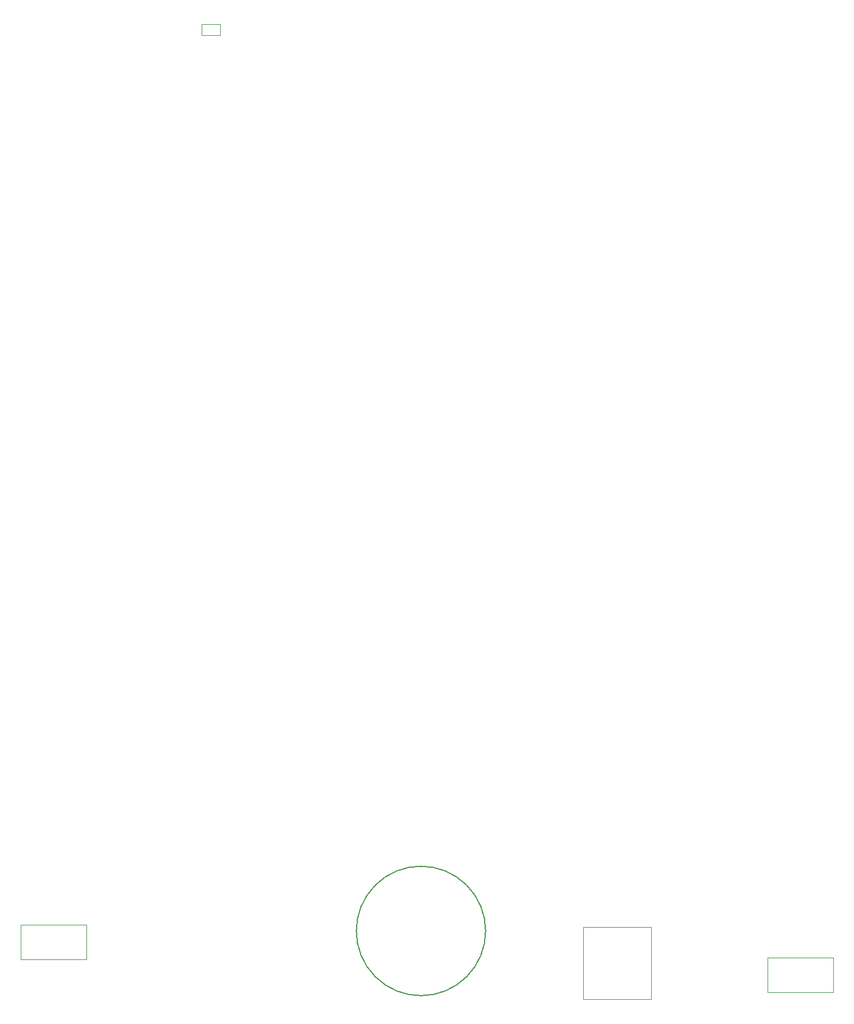
<source format=gbr>
%TF.GenerationSoftware,Altium Limited,Altium Designer,19.0.15 (446)*%
G04 Layer_Color=16711935*
%FSLAX26Y26*%
%MOIN*%
%TF.FileFunction,Other,Mechanical_13*%
%TF.Part,Single*%
G01*
G75*
%TA.AperFunction,NonConductor*%
%ADD47C,0.003937*%
%ADD50C,0.007874*%
%ADD53C,0.003000*%
D47*
X4298136Y68472D02*
Y485794D01*
X4691850D01*
Y68472D01*
X4298136D01*
X2197952Y5638504D02*
Y5701496D01*
X2092048D01*
Y5638504D01*
X2197952D01*
D50*
X3095198Y198849D02*
G03*
X3624136Y727787I264469J264469D01*
G01*
D02*
G03*
X3095198Y198849I-264469J-264469D01*
G01*
D53*
X1043662Y300394D02*
X1425552D01*
Y497244D01*
X1043662D01*
Y300394D01*
X5363662Y110394D02*
X5745552D01*
Y307244D01*
X5363662D01*
Y110394D01*
%TF.MD5,d1c5b0fb060ec1106ce6905cba34e0bc*%
M02*

</source>
